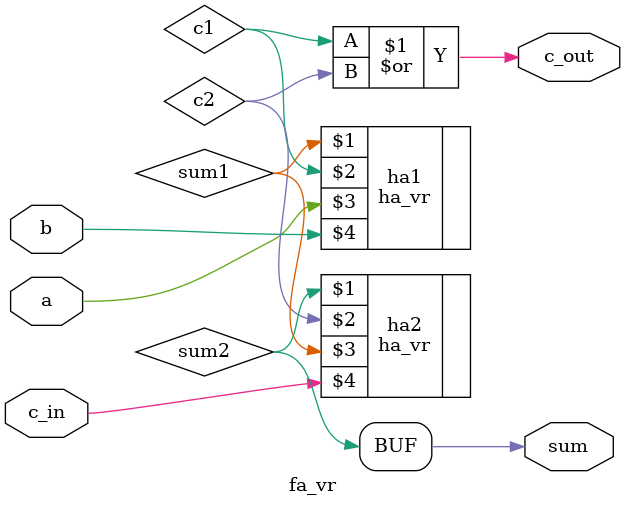
<source format=v>

module fa_vr(output wire sum, output wire c_out, input wire a, input wire b, input wire c_in);

  //declaracion de se�ales internas
  wire sum1, c1, sum2, c2;

  ha_vr ha1(sum1, c1, a, b);

  ha_vr ha2(sum2, c2, sum1, c_in);

  assign sum = sum2;  

  or or1(c_out, c1, c2);
  
endmodule


</source>
